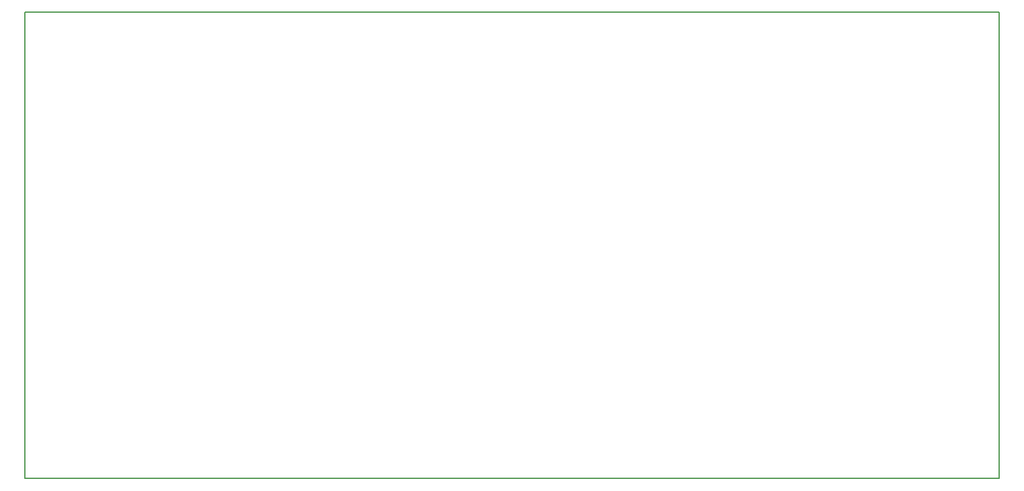
<source format=gm1>
G04 MADE WITH FRITZING*
G04 WWW.FRITZING.ORG*
G04 DOUBLE SIDED*
G04 HOLES PLATED*
G04 CONTOUR ON CENTER OF CONTOUR VECTOR*
%ASAXBY*%
%FSLAX23Y23*%
%MOIN*%
%OFA0B0*%
%SFA1.0B1.0*%
%ADD10R,5.359220X2.574700*%
%ADD11C,0.008000*%
%ADD10C,0.008*%
%LNCONTOUR*%
G90*
G70*
G54D10*
G54D11*
X4Y2571D02*
X5355Y2571D01*
X5355Y4D01*
X4Y4D01*
X4Y2571D01*
D02*
G04 End of contour*
M02*
</source>
